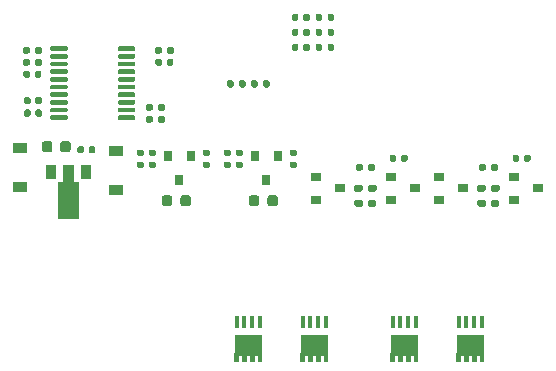
<source format=gtp>
G04 #@! TF.GenerationSoftware,KiCad,Pcbnew,5.1.10*
G04 #@! TF.CreationDate,2021-12-31T02:12:40+02:00*
G04 #@! TF.ProjectId,pwm-controller,70776d2d-636f-46e7-9472-6f6c6c65722e,rev?*
G04 #@! TF.SameCoordinates,Original*
G04 #@! TF.FileFunction,Paste,Top*
G04 #@! TF.FilePolarity,Positive*
%FSLAX46Y46*%
G04 Gerber Fmt 4.6, Leading zero omitted, Abs format (unit mm)*
G04 Created by KiCad (PCBNEW 5.1.10) date 2021-12-31 02:12:40*
%MOMM*%
%LPD*%
G01*
G04 APERTURE LIST*
%ADD10C,0.100000*%
%ADD11R,0.405000X0.990000*%
%ADD12R,1.200000X0.900000*%
%ADD13R,0.800000X0.900000*%
%ADD14R,0.900000X1.300000*%
%ADD15R,0.900000X0.800000*%
G04 APERTURE END LIST*
G36*
G01*
X80504000Y-87269000D02*
X80504000Y-86899000D01*
G75*
G02*
X80639000Y-86764000I135000J0D01*
G01*
X80909000Y-86764000D01*
G75*
G02*
X81044000Y-86899000I0J-135000D01*
G01*
X81044000Y-87269000D01*
G75*
G02*
X80909000Y-87404000I-135000J0D01*
G01*
X80639000Y-87404000D01*
G75*
G02*
X80504000Y-87269000I0J135000D01*
G01*
G37*
G36*
G01*
X79484000Y-87269000D02*
X79484000Y-86899000D01*
G75*
G02*
X79619000Y-86764000I135000J0D01*
G01*
X79889000Y-86764000D01*
G75*
G02*
X80024000Y-86899000I0J-135000D01*
G01*
X80024000Y-87269000D01*
G75*
G02*
X79889000Y-87404000I-135000J0D01*
G01*
X79619000Y-87404000D01*
G75*
G02*
X79484000Y-87269000I0J135000D01*
G01*
G37*
G36*
G01*
X80504000Y-86253000D02*
X80504000Y-85883000D01*
G75*
G02*
X80639000Y-85748000I135000J0D01*
G01*
X80909000Y-85748000D01*
G75*
G02*
X81044000Y-85883000I0J-135000D01*
G01*
X81044000Y-86253000D01*
G75*
G02*
X80909000Y-86388000I-135000J0D01*
G01*
X80639000Y-86388000D01*
G75*
G02*
X80504000Y-86253000I0J135000D01*
G01*
G37*
G36*
G01*
X79484000Y-86253000D02*
X79484000Y-85883000D01*
G75*
G02*
X79619000Y-85748000I135000J0D01*
G01*
X79889000Y-85748000D01*
G75*
G02*
X80024000Y-85883000I0J-135000D01*
G01*
X80024000Y-86253000D01*
G75*
G02*
X79889000Y-86388000I-135000J0D01*
G01*
X79619000Y-86388000D01*
G75*
G02*
X79484000Y-86253000I0J135000D01*
G01*
G37*
G36*
G01*
X90239000Y-95490000D02*
X90609000Y-95490000D01*
G75*
G02*
X90744000Y-95625000I0J-135000D01*
G01*
X90744000Y-95895000D01*
G75*
G02*
X90609000Y-96030000I-135000J0D01*
G01*
X90239000Y-96030000D01*
G75*
G02*
X90104000Y-95895000I0J135000D01*
G01*
X90104000Y-95625000D01*
G75*
G02*
X90239000Y-95490000I135000J0D01*
G01*
G37*
G36*
G01*
X90239000Y-94470000D02*
X90609000Y-94470000D01*
G75*
G02*
X90744000Y-94605000I0J-135000D01*
G01*
X90744000Y-94875000D01*
G75*
G02*
X90609000Y-95010000I-135000J0D01*
G01*
X90239000Y-95010000D01*
G75*
G02*
X90104000Y-94875000I0J135000D01*
G01*
X90104000Y-94605000D01*
G75*
G02*
X90239000Y-94470000I135000J0D01*
G01*
G37*
D10*
G36*
X104927500Y-112420000D02*
G01*
X104927500Y-111910000D01*
X104672500Y-111910000D01*
X104672500Y-112420000D01*
X104267500Y-112420000D01*
X104267500Y-111910000D01*
X104012500Y-111910000D01*
X104012500Y-112420000D01*
X103607500Y-112420000D01*
X103607500Y-111910000D01*
X103352500Y-111910000D01*
X103352500Y-112420000D01*
X102945000Y-112420000D01*
X102945000Y-111660000D01*
X103022500Y-111660000D01*
X103022500Y-110185000D01*
X105257500Y-110185000D01*
X105257500Y-111660000D01*
X105335000Y-111660000D01*
X105335000Y-112420000D01*
X104927500Y-112420000D01*
G37*
D11*
X103150000Y-109055000D03*
X103810000Y-109055000D03*
X104470000Y-109055000D03*
X105130000Y-109055000D03*
D10*
G36*
X118135500Y-112420000D02*
G01*
X118135500Y-111910000D01*
X117880500Y-111910000D01*
X117880500Y-112420000D01*
X117475500Y-112420000D01*
X117475500Y-111910000D01*
X117220500Y-111910000D01*
X117220500Y-112420000D01*
X116815500Y-112420000D01*
X116815500Y-111910000D01*
X116560500Y-111910000D01*
X116560500Y-112420000D01*
X116153000Y-112420000D01*
X116153000Y-111660000D01*
X116230500Y-111660000D01*
X116230500Y-110185000D01*
X118465500Y-110185000D01*
X118465500Y-111660000D01*
X118543000Y-111660000D01*
X118543000Y-112420000D01*
X118135500Y-112420000D01*
G37*
D11*
X116358000Y-109055000D03*
X117018000Y-109055000D03*
X117678000Y-109055000D03*
X118338000Y-109055000D03*
G36*
G01*
X97605000Y-95490000D02*
X97975000Y-95490000D01*
G75*
G02*
X98110000Y-95625000I0J-135000D01*
G01*
X98110000Y-95895000D01*
G75*
G02*
X97975000Y-96030000I-135000J0D01*
G01*
X97605000Y-96030000D01*
G75*
G02*
X97470000Y-95895000I0J135000D01*
G01*
X97470000Y-95625000D01*
G75*
G02*
X97605000Y-95490000I135000J0D01*
G01*
G37*
G36*
G01*
X97605000Y-94470000D02*
X97975000Y-94470000D01*
G75*
G02*
X98110000Y-94605000I0J-135000D01*
G01*
X98110000Y-94875000D01*
G75*
G02*
X97975000Y-95010000I-135000J0D01*
G01*
X97605000Y-95010000D01*
G75*
G02*
X97470000Y-94875000I0J135000D01*
G01*
X97470000Y-94605000D01*
G75*
G02*
X97605000Y-94470000I135000J0D01*
G01*
G37*
G36*
G01*
X96589000Y-95490000D02*
X96959000Y-95490000D01*
G75*
G02*
X97094000Y-95625000I0J-135000D01*
G01*
X97094000Y-95895000D01*
G75*
G02*
X96959000Y-96030000I-135000J0D01*
G01*
X96589000Y-96030000D01*
G75*
G02*
X96454000Y-95895000I0J135000D01*
G01*
X96454000Y-95625000D01*
G75*
G02*
X96589000Y-95490000I135000J0D01*
G01*
G37*
G36*
G01*
X96589000Y-94470000D02*
X96959000Y-94470000D01*
G75*
G02*
X97094000Y-94605000I0J-135000D01*
G01*
X97094000Y-94875000D01*
G75*
G02*
X96959000Y-95010000I-135000J0D01*
G01*
X96589000Y-95010000D01*
G75*
G02*
X96454000Y-94875000I0J135000D01*
G01*
X96454000Y-94605000D01*
G75*
G02*
X96589000Y-94470000I135000J0D01*
G01*
G37*
G36*
G01*
X89223000Y-95490000D02*
X89593000Y-95490000D01*
G75*
G02*
X89728000Y-95625000I0J-135000D01*
G01*
X89728000Y-95895000D01*
G75*
G02*
X89593000Y-96030000I-135000J0D01*
G01*
X89223000Y-96030000D01*
G75*
G02*
X89088000Y-95895000I0J135000D01*
G01*
X89088000Y-95625000D01*
G75*
G02*
X89223000Y-95490000I135000J0D01*
G01*
G37*
G36*
G01*
X89223000Y-94470000D02*
X89593000Y-94470000D01*
G75*
G02*
X89728000Y-94605000I0J-135000D01*
G01*
X89728000Y-94875000D01*
G75*
G02*
X89593000Y-95010000I-135000J0D01*
G01*
X89223000Y-95010000D01*
G75*
G02*
X89088000Y-94875000I0J135000D01*
G01*
X89088000Y-94605000D01*
G75*
G02*
X89223000Y-94470000I135000J0D01*
G01*
G37*
G36*
G01*
X91200000Y-85883000D02*
X91200000Y-86253000D01*
G75*
G02*
X91065000Y-86388000I-135000J0D01*
G01*
X90795000Y-86388000D01*
G75*
G02*
X90660000Y-86253000I0J135000D01*
G01*
X90660000Y-85883000D01*
G75*
G02*
X90795000Y-85748000I135000J0D01*
G01*
X91065000Y-85748000D01*
G75*
G02*
X91200000Y-85883000I0J-135000D01*
G01*
G37*
G36*
G01*
X92220000Y-85883000D02*
X92220000Y-86253000D01*
G75*
G02*
X92085000Y-86388000I-135000J0D01*
G01*
X91815000Y-86388000D01*
G75*
G02*
X91680000Y-86253000I0J135000D01*
G01*
X91680000Y-85883000D01*
G75*
G02*
X91815000Y-85748000I135000J0D01*
G01*
X92085000Y-85748000D01*
G75*
G02*
X92220000Y-85883000I0J-135000D01*
G01*
G37*
X99542000Y-109055000D03*
X98882000Y-109055000D03*
X98222000Y-109055000D03*
X97562000Y-109055000D03*
D10*
G36*
X99339500Y-112420000D02*
G01*
X99339500Y-111910000D01*
X99084500Y-111910000D01*
X99084500Y-112420000D01*
X98679500Y-112420000D01*
X98679500Y-111910000D01*
X98424500Y-111910000D01*
X98424500Y-112420000D01*
X98019500Y-112420000D01*
X98019500Y-111910000D01*
X97764500Y-111910000D01*
X97764500Y-112420000D01*
X97357000Y-112420000D01*
X97357000Y-111660000D01*
X97434500Y-111660000D01*
X97434500Y-110185000D01*
X99669500Y-110185000D01*
X99669500Y-111660000D01*
X99747000Y-111660000D01*
X99747000Y-112420000D01*
X99339500Y-112420000D01*
G37*
D11*
X112750000Y-109055000D03*
X112090000Y-109055000D03*
X111430000Y-109055000D03*
X110770000Y-109055000D03*
D10*
G36*
X112547500Y-112420000D02*
G01*
X112547500Y-111910000D01*
X112292500Y-111910000D01*
X112292500Y-112420000D01*
X111887500Y-112420000D01*
X111887500Y-111910000D01*
X111632500Y-111910000D01*
X111632500Y-112420000D01*
X111227500Y-112420000D01*
X111227500Y-111910000D01*
X110972500Y-111910000D01*
X110972500Y-112420000D01*
X110565000Y-112420000D01*
X110565000Y-111660000D01*
X110642500Y-111660000D01*
X110642500Y-110185000D01*
X112877500Y-110185000D01*
X112877500Y-111660000D01*
X112955000Y-111660000D01*
X112955000Y-112420000D01*
X112547500Y-112420000D01*
G37*
D12*
X87376000Y-94616000D03*
X87376000Y-97916000D03*
G36*
G01*
X91240000Y-86914000D02*
X91240000Y-87254000D01*
G75*
G02*
X91100000Y-87394000I-140000J0D01*
G01*
X90820000Y-87394000D01*
G75*
G02*
X90680000Y-87254000I0J140000D01*
G01*
X90680000Y-86914000D01*
G75*
G02*
X90820000Y-86774000I140000J0D01*
G01*
X91100000Y-86774000D01*
G75*
G02*
X91240000Y-86914000I0J-140000D01*
G01*
G37*
G36*
G01*
X92200000Y-86914000D02*
X92200000Y-87254000D01*
G75*
G02*
X92060000Y-87394000I-140000J0D01*
G01*
X91780000Y-87394000D01*
G75*
G02*
X91640000Y-87254000I0J140000D01*
G01*
X91640000Y-86914000D01*
G75*
G02*
X91780000Y-86774000I140000J0D01*
G01*
X92060000Y-86774000D01*
G75*
G02*
X92200000Y-86914000I0J-140000D01*
G01*
G37*
X79248000Y-97662000D03*
X79248000Y-94362000D03*
G36*
G01*
X97776000Y-89085000D02*
X97776000Y-88715000D01*
G75*
G02*
X97911000Y-88580000I135000J0D01*
G01*
X98181000Y-88580000D01*
G75*
G02*
X98316000Y-88715000I0J-135000D01*
G01*
X98316000Y-89085000D01*
G75*
G02*
X98181000Y-89220000I-135000J0D01*
G01*
X97911000Y-89220000D01*
G75*
G02*
X97776000Y-89085000I0J135000D01*
G01*
G37*
G36*
G01*
X96756000Y-89085000D02*
X96756000Y-88715000D01*
G75*
G02*
X96891000Y-88580000I135000J0D01*
G01*
X97161000Y-88580000D01*
G75*
G02*
X97296000Y-88715000I0J-135000D01*
G01*
X97296000Y-89085000D01*
G75*
G02*
X97161000Y-89220000I-135000J0D01*
G01*
X96891000Y-89220000D01*
G75*
G02*
X96756000Y-89085000I0J135000D01*
G01*
G37*
G36*
G01*
X99328000Y-88715000D02*
X99328000Y-89085000D01*
G75*
G02*
X99193000Y-89220000I-135000J0D01*
G01*
X98923000Y-89220000D01*
G75*
G02*
X98788000Y-89085000I0J135000D01*
G01*
X98788000Y-88715000D01*
G75*
G02*
X98923000Y-88580000I135000J0D01*
G01*
X99193000Y-88580000D01*
G75*
G02*
X99328000Y-88715000I0J-135000D01*
G01*
G37*
G36*
G01*
X100348000Y-88715000D02*
X100348000Y-89085000D01*
G75*
G02*
X100213000Y-89220000I-135000J0D01*
G01*
X99943000Y-89220000D01*
G75*
G02*
X99808000Y-89085000I0J135000D01*
G01*
X99808000Y-88715000D01*
G75*
G02*
X99943000Y-88580000I135000J0D01*
G01*
X100213000Y-88580000D01*
G75*
G02*
X100348000Y-88715000I0J-135000D01*
G01*
G37*
G36*
G01*
X103197000Y-85984000D02*
X103197000Y-85644000D01*
G75*
G02*
X103337000Y-85504000I140000J0D01*
G01*
X103617000Y-85504000D01*
G75*
G02*
X103757000Y-85644000I0J-140000D01*
G01*
X103757000Y-85984000D01*
G75*
G02*
X103617000Y-86124000I-140000J0D01*
G01*
X103337000Y-86124000D01*
G75*
G02*
X103197000Y-85984000I0J140000D01*
G01*
G37*
G36*
G01*
X102237000Y-85984000D02*
X102237000Y-85644000D01*
G75*
G02*
X102377000Y-85504000I140000J0D01*
G01*
X102657000Y-85504000D01*
G75*
G02*
X102797000Y-85644000I0J-140000D01*
G01*
X102797000Y-85984000D01*
G75*
G02*
X102657000Y-86124000I-140000J0D01*
G01*
X102377000Y-86124000D01*
G75*
G02*
X102237000Y-85984000I0J140000D01*
G01*
G37*
G36*
G01*
X103197000Y-83444000D02*
X103197000Y-83104000D01*
G75*
G02*
X103337000Y-82964000I140000J0D01*
G01*
X103617000Y-82964000D01*
G75*
G02*
X103757000Y-83104000I0J-140000D01*
G01*
X103757000Y-83444000D01*
G75*
G02*
X103617000Y-83584000I-140000J0D01*
G01*
X103337000Y-83584000D01*
G75*
G02*
X103197000Y-83444000I0J140000D01*
G01*
G37*
G36*
G01*
X102237000Y-83444000D02*
X102237000Y-83104000D01*
G75*
G02*
X102377000Y-82964000I140000J0D01*
G01*
X102657000Y-82964000D01*
G75*
G02*
X102797000Y-83104000I0J-140000D01*
G01*
X102797000Y-83444000D01*
G75*
G02*
X102657000Y-83584000I-140000J0D01*
G01*
X102377000Y-83584000D01*
G75*
G02*
X102237000Y-83444000I0J140000D01*
G01*
G37*
G36*
G01*
X103197000Y-84714000D02*
X103197000Y-84374000D01*
G75*
G02*
X103337000Y-84234000I140000J0D01*
G01*
X103617000Y-84234000D01*
G75*
G02*
X103757000Y-84374000I0J-140000D01*
G01*
X103757000Y-84714000D01*
G75*
G02*
X103617000Y-84854000I-140000J0D01*
G01*
X103337000Y-84854000D01*
G75*
G02*
X103197000Y-84714000I0J140000D01*
G01*
G37*
G36*
G01*
X102237000Y-84714000D02*
X102237000Y-84374000D01*
G75*
G02*
X102377000Y-84234000I140000J0D01*
G01*
X102657000Y-84234000D01*
G75*
G02*
X102797000Y-84374000I0J-140000D01*
G01*
X102797000Y-84714000D01*
G75*
G02*
X102657000Y-84854000I-140000J0D01*
G01*
X102377000Y-84854000D01*
G75*
G02*
X102237000Y-84714000I0J140000D01*
G01*
G37*
G36*
G01*
X87504000Y-86029000D02*
X87504000Y-85829000D01*
G75*
G02*
X87604000Y-85729000I100000J0D01*
G01*
X88879000Y-85729000D01*
G75*
G02*
X88979000Y-85829000I0J-100000D01*
G01*
X88979000Y-86029000D01*
G75*
G02*
X88879000Y-86129000I-100000J0D01*
G01*
X87604000Y-86129000D01*
G75*
G02*
X87504000Y-86029000I0J100000D01*
G01*
G37*
G36*
G01*
X87504000Y-86679000D02*
X87504000Y-86479000D01*
G75*
G02*
X87604000Y-86379000I100000J0D01*
G01*
X88879000Y-86379000D01*
G75*
G02*
X88979000Y-86479000I0J-100000D01*
G01*
X88979000Y-86679000D01*
G75*
G02*
X88879000Y-86779000I-100000J0D01*
G01*
X87604000Y-86779000D01*
G75*
G02*
X87504000Y-86679000I0J100000D01*
G01*
G37*
G36*
G01*
X87504000Y-87329000D02*
X87504000Y-87129000D01*
G75*
G02*
X87604000Y-87029000I100000J0D01*
G01*
X88879000Y-87029000D01*
G75*
G02*
X88979000Y-87129000I0J-100000D01*
G01*
X88979000Y-87329000D01*
G75*
G02*
X88879000Y-87429000I-100000J0D01*
G01*
X87604000Y-87429000D01*
G75*
G02*
X87504000Y-87329000I0J100000D01*
G01*
G37*
G36*
G01*
X87504000Y-87979000D02*
X87504000Y-87779000D01*
G75*
G02*
X87604000Y-87679000I100000J0D01*
G01*
X88879000Y-87679000D01*
G75*
G02*
X88979000Y-87779000I0J-100000D01*
G01*
X88979000Y-87979000D01*
G75*
G02*
X88879000Y-88079000I-100000J0D01*
G01*
X87604000Y-88079000D01*
G75*
G02*
X87504000Y-87979000I0J100000D01*
G01*
G37*
G36*
G01*
X87504000Y-88629000D02*
X87504000Y-88429000D01*
G75*
G02*
X87604000Y-88329000I100000J0D01*
G01*
X88879000Y-88329000D01*
G75*
G02*
X88979000Y-88429000I0J-100000D01*
G01*
X88979000Y-88629000D01*
G75*
G02*
X88879000Y-88729000I-100000J0D01*
G01*
X87604000Y-88729000D01*
G75*
G02*
X87504000Y-88629000I0J100000D01*
G01*
G37*
G36*
G01*
X87504000Y-89279000D02*
X87504000Y-89079000D01*
G75*
G02*
X87604000Y-88979000I100000J0D01*
G01*
X88879000Y-88979000D01*
G75*
G02*
X88979000Y-89079000I0J-100000D01*
G01*
X88979000Y-89279000D01*
G75*
G02*
X88879000Y-89379000I-100000J0D01*
G01*
X87604000Y-89379000D01*
G75*
G02*
X87504000Y-89279000I0J100000D01*
G01*
G37*
G36*
G01*
X87504000Y-89929000D02*
X87504000Y-89729000D01*
G75*
G02*
X87604000Y-89629000I100000J0D01*
G01*
X88879000Y-89629000D01*
G75*
G02*
X88979000Y-89729000I0J-100000D01*
G01*
X88979000Y-89929000D01*
G75*
G02*
X88879000Y-90029000I-100000J0D01*
G01*
X87604000Y-90029000D01*
G75*
G02*
X87504000Y-89929000I0J100000D01*
G01*
G37*
G36*
G01*
X87504000Y-90579000D02*
X87504000Y-90379000D01*
G75*
G02*
X87604000Y-90279000I100000J0D01*
G01*
X88879000Y-90279000D01*
G75*
G02*
X88979000Y-90379000I0J-100000D01*
G01*
X88979000Y-90579000D01*
G75*
G02*
X88879000Y-90679000I-100000J0D01*
G01*
X87604000Y-90679000D01*
G75*
G02*
X87504000Y-90579000I0J100000D01*
G01*
G37*
G36*
G01*
X87504000Y-91229000D02*
X87504000Y-91029000D01*
G75*
G02*
X87604000Y-90929000I100000J0D01*
G01*
X88879000Y-90929000D01*
G75*
G02*
X88979000Y-91029000I0J-100000D01*
G01*
X88979000Y-91229000D01*
G75*
G02*
X88879000Y-91329000I-100000J0D01*
G01*
X87604000Y-91329000D01*
G75*
G02*
X87504000Y-91229000I0J100000D01*
G01*
G37*
G36*
G01*
X87504000Y-91879000D02*
X87504000Y-91679000D01*
G75*
G02*
X87604000Y-91579000I100000J0D01*
G01*
X88879000Y-91579000D01*
G75*
G02*
X88979000Y-91679000I0J-100000D01*
G01*
X88979000Y-91879000D01*
G75*
G02*
X88879000Y-91979000I-100000J0D01*
G01*
X87604000Y-91979000D01*
G75*
G02*
X87504000Y-91879000I0J100000D01*
G01*
G37*
G36*
G01*
X81779000Y-91879000D02*
X81779000Y-91679000D01*
G75*
G02*
X81879000Y-91579000I100000J0D01*
G01*
X83154000Y-91579000D01*
G75*
G02*
X83254000Y-91679000I0J-100000D01*
G01*
X83254000Y-91879000D01*
G75*
G02*
X83154000Y-91979000I-100000J0D01*
G01*
X81879000Y-91979000D01*
G75*
G02*
X81779000Y-91879000I0J100000D01*
G01*
G37*
G36*
G01*
X81779000Y-91229000D02*
X81779000Y-91029000D01*
G75*
G02*
X81879000Y-90929000I100000J0D01*
G01*
X83154000Y-90929000D01*
G75*
G02*
X83254000Y-91029000I0J-100000D01*
G01*
X83254000Y-91229000D01*
G75*
G02*
X83154000Y-91329000I-100000J0D01*
G01*
X81879000Y-91329000D01*
G75*
G02*
X81779000Y-91229000I0J100000D01*
G01*
G37*
G36*
G01*
X81779000Y-90579000D02*
X81779000Y-90379000D01*
G75*
G02*
X81879000Y-90279000I100000J0D01*
G01*
X83154000Y-90279000D01*
G75*
G02*
X83254000Y-90379000I0J-100000D01*
G01*
X83254000Y-90579000D01*
G75*
G02*
X83154000Y-90679000I-100000J0D01*
G01*
X81879000Y-90679000D01*
G75*
G02*
X81779000Y-90579000I0J100000D01*
G01*
G37*
G36*
G01*
X81779000Y-89929000D02*
X81779000Y-89729000D01*
G75*
G02*
X81879000Y-89629000I100000J0D01*
G01*
X83154000Y-89629000D01*
G75*
G02*
X83254000Y-89729000I0J-100000D01*
G01*
X83254000Y-89929000D01*
G75*
G02*
X83154000Y-90029000I-100000J0D01*
G01*
X81879000Y-90029000D01*
G75*
G02*
X81779000Y-89929000I0J100000D01*
G01*
G37*
G36*
G01*
X81779000Y-89279000D02*
X81779000Y-89079000D01*
G75*
G02*
X81879000Y-88979000I100000J0D01*
G01*
X83154000Y-88979000D01*
G75*
G02*
X83254000Y-89079000I0J-100000D01*
G01*
X83254000Y-89279000D01*
G75*
G02*
X83154000Y-89379000I-100000J0D01*
G01*
X81879000Y-89379000D01*
G75*
G02*
X81779000Y-89279000I0J100000D01*
G01*
G37*
G36*
G01*
X81779000Y-88629000D02*
X81779000Y-88429000D01*
G75*
G02*
X81879000Y-88329000I100000J0D01*
G01*
X83154000Y-88329000D01*
G75*
G02*
X83254000Y-88429000I0J-100000D01*
G01*
X83254000Y-88629000D01*
G75*
G02*
X83154000Y-88729000I-100000J0D01*
G01*
X81879000Y-88729000D01*
G75*
G02*
X81779000Y-88629000I0J100000D01*
G01*
G37*
G36*
G01*
X81779000Y-87979000D02*
X81779000Y-87779000D01*
G75*
G02*
X81879000Y-87679000I100000J0D01*
G01*
X83154000Y-87679000D01*
G75*
G02*
X83254000Y-87779000I0J-100000D01*
G01*
X83254000Y-87979000D01*
G75*
G02*
X83154000Y-88079000I-100000J0D01*
G01*
X81879000Y-88079000D01*
G75*
G02*
X81779000Y-87979000I0J100000D01*
G01*
G37*
G36*
G01*
X81779000Y-87329000D02*
X81779000Y-87129000D01*
G75*
G02*
X81879000Y-87029000I100000J0D01*
G01*
X83154000Y-87029000D01*
G75*
G02*
X83254000Y-87129000I0J-100000D01*
G01*
X83254000Y-87329000D01*
G75*
G02*
X83154000Y-87429000I-100000J0D01*
G01*
X81879000Y-87429000D01*
G75*
G02*
X81779000Y-87329000I0J100000D01*
G01*
G37*
G36*
G01*
X81779000Y-86679000D02*
X81779000Y-86479000D01*
G75*
G02*
X81879000Y-86379000I100000J0D01*
G01*
X83154000Y-86379000D01*
G75*
G02*
X83254000Y-86479000I0J-100000D01*
G01*
X83254000Y-86679000D01*
G75*
G02*
X83154000Y-86779000I-100000J0D01*
G01*
X81879000Y-86779000D01*
G75*
G02*
X81779000Y-86679000I0J100000D01*
G01*
G37*
G36*
G01*
X81779000Y-86029000D02*
X81779000Y-85829000D01*
G75*
G02*
X81879000Y-85729000I100000J0D01*
G01*
X83154000Y-85729000D01*
G75*
G02*
X83254000Y-85829000I0J-100000D01*
G01*
X83254000Y-86029000D01*
G75*
G02*
X83154000Y-86129000I-100000J0D01*
G01*
X81879000Y-86129000D01*
G75*
G02*
X81779000Y-86029000I0J100000D01*
G01*
G37*
G36*
G01*
X84636000Y-94318000D02*
X84636000Y-94658000D01*
G75*
G02*
X84496000Y-94798000I-140000J0D01*
G01*
X84216000Y-94798000D01*
G75*
G02*
X84076000Y-94658000I0J140000D01*
G01*
X84076000Y-94318000D01*
G75*
G02*
X84216000Y-94178000I140000J0D01*
G01*
X84496000Y-94178000D01*
G75*
G02*
X84636000Y-94318000I0J-140000D01*
G01*
G37*
G36*
G01*
X85596000Y-94318000D02*
X85596000Y-94658000D01*
G75*
G02*
X85456000Y-94798000I-140000J0D01*
G01*
X85176000Y-94798000D01*
G75*
G02*
X85036000Y-94658000I0J140000D01*
G01*
X85036000Y-94318000D01*
G75*
G02*
X85176000Y-94178000I140000J0D01*
G01*
X85456000Y-94178000D01*
G75*
G02*
X85596000Y-94318000I0J-140000D01*
G01*
G37*
G36*
G01*
X90438000Y-91725000D02*
X90438000Y-92095000D01*
G75*
G02*
X90303000Y-92230000I-135000J0D01*
G01*
X90033000Y-92230000D01*
G75*
G02*
X89898000Y-92095000I0J135000D01*
G01*
X89898000Y-91725000D01*
G75*
G02*
X90033000Y-91590000I135000J0D01*
G01*
X90303000Y-91590000D01*
G75*
G02*
X90438000Y-91725000I0J-135000D01*
G01*
G37*
G36*
G01*
X91458000Y-91725000D02*
X91458000Y-92095000D01*
G75*
G02*
X91323000Y-92230000I-135000J0D01*
G01*
X91053000Y-92230000D01*
G75*
G02*
X90918000Y-92095000I0J135000D01*
G01*
X90918000Y-91725000D01*
G75*
G02*
X91053000Y-91590000I135000J0D01*
G01*
X91323000Y-91590000D01*
G75*
G02*
X91458000Y-91725000I0J-135000D01*
G01*
G37*
G36*
G01*
X90438000Y-90709000D02*
X90438000Y-91079000D01*
G75*
G02*
X90303000Y-91214000I-135000J0D01*
G01*
X90033000Y-91214000D01*
G75*
G02*
X89898000Y-91079000I0J135000D01*
G01*
X89898000Y-90709000D01*
G75*
G02*
X90033000Y-90574000I135000J0D01*
G01*
X90303000Y-90574000D01*
G75*
G02*
X90438000Y-90709000I0J-135000D01*
G01*
G37*
G36*
G01*
X91458000Y-90709000D02*
X91458000Y-91079000D01*
G75*
G02*
X91323000Y-91214000I-135000J0D01*
G01*
X91053000Y-91214000D01*
G75*
G02*
X90918000Y-91079000I0J135000D01*
G01*
X90918000Y-90709000D01*
G75*
G02*
X91053000Y-90574000I135000J0D01*
G01*
X91323000Y-90574000D01*
G75*
G02*
X91458000Y-90709000I0J-135000D01*
G01*
G37*
G36*
G01*
X95181000Y-95010000D02*
X94811000Y-95010000D01*
G75*
G02*
X94676000Y-94875000I0J135000D01*
G01*
X94676000Y-94605000D01*
G75*
G02*
X94811000Y-94470000I135000J0D01*
G01*
X95181000Y-94470000D01*
G75*
G02*
X95316000Y-94605000I0J-135000D01*
G01*
X95316000Y-94875000D01*
G75*
G02*
X95181000Y-95010000I-135000J0D01*
G01*
G37*
G36*
G01*
X95181000Y-96030000D02*
X94811000Y-96030000D01*
G75*
G02*
X94676000Y-95895000I0J135000D01*
G01*
X94676000Y-95625000D01*
G75*
G02*
X94811000Y-95490000I135000J0D01*
G01*
X95181000Y-95490000D01*
G75*
G02*
X95316000Y-95625000I0J-135000D01*
G01*
X95316000Y-95895000D01*
G75*
G02*
X95181000Y-96030000I-135000J0D01*
G01*
G37*
G36*
G01*
X99472000Y-98549750D02*
X99472000Y-99062250D01*
G75*
G02*
X99253250Y-99281000I-218750J0D01*
G01*
X98815750Y-99281000D01*
G75*
G02*
X98597000Y-99062250I0J218750D01*
G01*
X98597000Y-98549750D01*
G75*
G02*
X98815750Y-98331000I218750J0D01*
G01*
X99253250Y-98331000D01*
G75*
G02*
X99472000Y-98549750I0J-218750D01*
G01*
G37*
G36*
G01*
X101047000Y-98549750D02*
X101047000Y-99062250D01*
G75*
G02*
X100828250Y-99281000I-218750J0D01*
G01*
X100390750Y-99281000D01*
G75*
G02*
X100172000Y-99062250I0J218750D01*
G01*
X100172000Y-98549750D01*
G75*
G02*
X100390750Y-98331000I218750J0D01*
G01*
X100828250Y-98331000D01*
G75*
G02*
X101047000Y-98549750I0J-218750D01*
G01*
G37*
G36*
G01*
X92106000Y-98549750D02*
X92106000Y-99062250D01*
G75*
G02*
X91887250Y-99281000I-218750J0D01*
G01*
X91449750Y-99281000D01*
G75*
G02*
X91231000Y-99062250I0J218750D01*
G01*
X91231000Y-98549750D01*
G75*
G02*
X91449750Y-98331000I218750J0D01*
G01*
X91887250Y-98331000D01*
G75*
G02*
X92106000Y-98549750I0J-218750D01*
G01*
G37*
G36*
G01*
X93681000Y-98549750D02*
X93681000Y-99062250D01*
G75*
G02*
X93462250Y-99281000I-218750J0D01*
G01*
X93024750Y-99281000D01*
G75*
G02*
X92806000Y-99062250I0J218750D01*
G01*
X92806000Y-98549750D01*
G75*
G02*
X93024750Y-98331000I218750J0D01*
G01*
X93462250Y-98331000D01*
G75*
G02*
X93681000Y-98549750I0J-218750D01*
G01*
G37*
G36*
G01*
X102547000Y-95010000D02*
X102177000Y-95010000D01*
G75*
G02*
X102042000Y-94875000I0J135000D01*
G01*
X102042000Y-94605000D01*
G75*
G02*
X102177000Y-94470000I135000J0D01*
G01*
X102547000Y-94470000D01*
G75*
G02*
X102682000Y-94605000I0J-135000D01*
G01*
X102682000Y-94875000D01*
G75*
G02*
X102547000Y-95010000I-135000J0D01*
G01*
G37*
G36*
G01*
X102547000Y-96030000D02*
X102177000Y-96030000D01*
G75*
G02*
X102042000Y-95895000I0J135000D01*
G01*
X102042000Y-95625000D01*
G75*
G02*
X102177000Y-95490000I135000J0D01*
G01*
X102547000Y-95490000D01*
G75*
G02*
X102682000Y-95625000I0J-135000D01*
G01*
X102682000Y-95895000D01*
G75*
G02*
X102547000Y-96030000I-135000J0D01*
G01*
G37*
D13*
X100076000Y-97012000D03*
X99126000Y-95012000D03*
X101026000Y-95012000D03*
X92710000Y-97012000D03*
X91760000Y-95012000D03*
X93660000Y-95012000D03*
G36*
G01*
X104789000Y-83089000D02*
X104789000Y-83459000D01*
G75*
G02*
X104654000Y-83594000I-135000J0D01*
G01*
X104384000Y-83594000D01*
G75*
G02*
X104249000Y-83459000I0J135000D01*
G01*
X104249000Y-83089000D01*
G75*
G02*
X104384000Y-82954000I135000J0D01*
G01*
X104654000Y-82954000D01*
G75*
G02*
X104789000Y-83089000I0J-135000D01*
G01*
G37*
G36*
G01*
X105809000Y-83089000D02*
X105809000Y-83459000D01*
G75*
G02*
X105674000Y-83594000I-135000J0D01*
G01*
X105404000Y-83594000D01*
G75*
G02*
X105269000Y-83459000I0J135000D01*
G01*
X105269000Y-83089000D01*
G75*
G02*
X105404000Y-82954000I135000J0D01*
G01*
X105674000Y-82954000D01*
G75*
G02*
X105809000Y-83089000I0J-135000D01*
G01*
G37*
G36*
G01*
X104789000Y-84359000D02*
X104789000Y-84729000D01*
G75*
G02*
X104654000Y-84864000I-135000J0D01*
G01*
X104384000Y-84864000D01*
G75*
G02*
X104249000Y-84729000I0J135000D01*
G01*
X104249000Y-84359000D01*
G75*
G02*
X104384000Y-84224000I135000J0D01*
G01*
X104654000Y-84224000D01*
G75*
G02*
X104789000Y-84359000I0J-135000D01*
G01*
G37*
G36*
G01*
X105809000Y-84359000D02*
X105809000Y-84729000D01*
G75*
G02*
X105674000Y-84864000I-135000J0D01*
G01*
X105404000Y-84864000D01*
G75*
G02*
X105269000Y-84729000I0J135000D01*
G01*
X105269000Y-84359000D01*
G75*
G02*
X105404000Y-84224000I135000J0D01*
G01*
X105674000Y-84224000D01*
G75*
G02*
X105809000Y-84359000I0J-135000D01*
G01*
G37*
G36*
G01*
X105269000Y-85999000D02*
X105269000Y-85629000D01*
G75*
G02*
X105404000Y-85494000I135000J0D01*
G01*
X105674000Y-85494000D01*
G75*
G02*
X105809000Y-85629000I0J-135000D01*
G01*
X105809000Y-85999000D01*
G75*
G02*
X105674000Y-86134000I-135000J0D01*
G01*
X105404000Y-86134000D01*
G75*
G02*
X105269000Y-85999000I0J135000D01*
G01*
G37*
G36*
G01*
X104249000Y-85999000D02*
X104249000Y-85629000D01*
G75*
G02*
X104384000Y-85494000I135000J0D01*
G01*
X104654000Y-85494000D01*
G75*
G02*
X104789000Y-85629000I0J-135000D01*
G01*
X104789000Y-85999000D01*
G75*
G02*
X104654000Y-86134000I-135000J0D01*
G01*
X104384000Y-86134000D01*
G75*
G02*
X104249000Y-85999000I0J135000D01*
G01*
G37*
D10*
G36*
X82445500Y-100344000D02*
G01*
X82445500Y-97219000D01*
X82862000Y-97219000D01*
X82862000Y-95744000D01*
X83762000Y-95744000D01*
X83762000Y-97219000D01*
X84178500Y-97219000D01*
X84178500Y-100344000D01*
X82445500Y-100344000D01*
G37*
D14*
X81812000Y-96394000D03*
X84812000Y-96394000D03*
G36*
G01*
X111080000Y-95042000D02*
X111080000Y-95382000D01*
G75*
G02*
X110940000Y-95522000I-140000J0D01*
G01*
X110660000Y-95522000D01*
G75*
G02*
X110520000Y-95382000I0J140000D01*
G01*
X110520000Y-95042000D01*
G75*
G02*
X110660000Y-94902000I140000J0D01*
G01*
X110940000Y-94902000D01*
G75*
G02*
X111080000Y-95042000I0J-140000D01*
G01*
G37*
G36*
G01*
X112040000Y-95042000D02*
X112040000Y-95382000D01*
G75*
G02*
X111900000Y-95522000I-140000J0D01*
G01*
X111620000Y-95522000D01*
G75*
G02*
X111480000Y-95382000I0J140000D01*
G01*
X111480000Y-95042000D01*
G75*
G02*
X111620000Y-94902000I140000J0D01*
G01*
X111900000Y-94902000D01*
G75*
G02*
X112040000Y-95042000I0J-140000D01*
G01*
G37*
G36*
G01*
X121494000Y-95042000D02*
X121494000Y-95382000D01*
G75*
G02*
X121354000Y-95522000I-140000J0D01*
G01*
X121074000Y-95522000D01*
G75*
G02*
X120934000Y-95382000I0J140000D01*
G01*
X120934000Y-95042000D01*
G75*
G02*
X121074000Y-94902000I140000J0D01*
G01*
X121354000Y-94902000D01*
G75*
G02*
X121494000Y-95042000I0J-140000D01*
G01*
G37*
G36*
G01*
X122454000Y-95042000D02*
X122454000Y-95382000D01*
G75*
G02*
X122314000Y-95522000I-140000J0D01*
G01*
X122034000Y-95522000D01*
G75*
G02*
X121894000Y-95382000I0J140000D01*
G01*
X121894000Y-95042000D01*
G75*
G02*
X122034000Y-94902000I140000J0D01*
G01*
X122314000Y-94902000D01*
G75*
G02*
X122454000Y-95042000I0J-140000D01*
G01*
G37*
G36*
G01*
X119652000Y-95789000D02*
X119652000Y-96159000D01*
G75*
G02*
X119517000Y-96294000I-135000J0D01*
G01*
X119247000Y-96294000D01*
G75*
G02*
X119112000Y-96159000I0J135000D01*
G01*
X119112000Y-95789000D01*
G75*
G02*
X119247000Y-95654000I135000J0D01*
G01*
X119517000Y-95654000D01*
G75*
G02*
X119652000Y-95789000I0J-135000D01*
G01*
G37*
G36*
G01*
X118632000Y-95789000D02*
X118632000Y-96159000D01*
G75*
G02*
X118497000Y-96294000I-135000J0D01*
G01*
X118227000Y-96294000D01*
G75*
G02*
X118092000Y-96159000I0J135000D01*
G01*
X118092000Y-95789000D01*
G75*
G02*
X118227000Y-95654000I135000J0D01*
G01*
X118497000Y-95654000D01*
G75*
G02*
X118632000Y-95789000I0J-135000D01*
G01*
G37*
G36*
G01*
X119112000Y-97912000D02*
X119112000Y-97592000D01*
G75*
G02*
X119272000Y-97432000I160000J0D01*
G01*
X119667000Y-97432000D01*
G75*
G02*
X119827000Y-97592000I0J-160000D01*
G01*
X119827000Y-97912000D01*
G75*
G02*
X119667000Y-98072000I-160000J0D01*
G01*
X119272000Y-98072000D01*
G75*
G02*
X119112000Y-97912000I0J160000D01*
G01*
G37*
G36*
G01*
X117917000Y-97912000D02*
X117917000Y-97592000D01*
G75*
G02*
X118077000Y-97432000I160000J0D01*
G01*
X118472000Y-97432000D01*
G75*
G02*
X118632000Y-97592000I0J-160000D01*
G01*
X118632000Y-97912000D01*
G75*
G02*
X118472000Y-98072000I-160000J0D01*
G01*
X118077000Y-98072000D01*
G75*
G02*
X117917000Y-97912000I0J160000D01*
G01*
G37*
D15*
X114697000Y-96802000D03*
X114697000Y-98702000D03*
X116697000Y-97752000D03*
X121047000Y-96802000D03*
X121047000Y-98702000D03*
X123047000Y-97752000D03*
G36*
G01*
X118672000Y-98867000D02*
X118672000Y-99177000D01*
G75*
G02*
X118517000Y-99332000I-155000J0D01*
G01*
X118092000Y-99332000D01*
G75*
G02*
X117937000Y-99177000I0J155000D01*
G01*
X117937000Y-98867000D01*
G75*
G02*
X118092000Y-98712000I155000J0D01*
G01*
X118517000Y-98712000D01*
G75*
G02*
X118672000Y-98867000I0J-155000D01*
G01*
G37*
G36*
G01*
X119807000Y-98867000D02*
X119807000Y-99177000D01*
G75*
G02*
X119652000Y-99332000I-155000J0D01*
G01*
X119227000Y-99332000D01*
G75*
G02*
X119072000Y-99177000I0J155000D01*
G01*
X119072000Y-98867000D01*
G75*
G02*
X119227000Y-98712000I155000J0D01*
G01*
X119652000Y-98712000D01*
G75*
G02*
X119807000Y-98867000I0J-155000D01*
G01*
G37*
X110633000Y-96802000D03*
X110633000Y-98702000D03*
X112633000Y-97752000D03*
G36*
G01*
X109238000Y-95789000D02*
X109238000Y-96159000D01*
G75*
G02*
X109103000Y-96294000I-135000J0D01*
G01*
X108833000Y-96294000D01*
G75*
G02*
X108698000Y-96159000I0J135000D01*
G01*
X108698000Y-95789000D01*
G75*
G02*
X108833000Y-95654000I135000J0D01*
G01*
X109103000Y-95654000D01*
G75*
G02*
X109238000Y-95789000I0J-135000D01*
G01*
G37*
G36*
G01*
X108218000Y-95789000D02*
X108218000Y-96159000D01*
G75*
G02*
X108083000Y-96294000I-135000J0D01*
G01*
X107813000Y-96294000D01*
G75*
G02*
X107678000Y-96159000I0J135000D01*
G01*
X107678000Y-95789000D01*
G75*
G02*
X107813000Y-95654000I135000J0D01*
G01*
X108083000Y-95654000D01*
G75*
G02*
X108218000Y-95789000I0J-135000D01*
G01*
G37*
G36*
G01*
X108698000Y-97912000D02*
X108698000Y-97592000D01*
G75*
G02*
X108858000Y-97432000I160000J0D01*
G01*
X109253000Y-97432000D01*
G75*
G02*
X109413000Y-97592000I0J-160000D01*
G01*
X109413000Y-97912000D01*
G75*
G02*
X109253000Y-98072000I-160000J0D01*
G01*
X108858000Y-98072000D01*
G75*
G02*
X108698000Y-97912000I0J160000D01*
G01*
G37*
G36*
G01*
X107503000Y-97912000D02*
X107503000Y-97592000D01*
G75*
G02*
X107663000Y-97432000I160000J0D01*
G01*
X108058000Y-97432000D01*
G75*
G02*
X108218000Y-97592000I0J-160000D01*
G01*
X108218000Y-97912000D01*
G75*
G02*
X108058000Y-98072000I-160000J0D01*
G01*
X107663000Y-98072000D01*
G75*
G02*
X107503000Y-97912000I0J160000D01*
G01*
G37*
X104283000Y-96802000D03*
X104283000Y-98702000D03*
X106283000Y-97752000D03*
G36*
G01*
X108258000Y-98867000D02*
X108258000Y-99177000D01*
G75*
G02*
X108103000Y-99332000I-155000J0D01*
G01*
X107678000Y-99332000D01*
G75*
G02*
X107523000Y-99177000I0J155000D01*
G01*
X107523000Y-98867000D01*
G75*
G02*
X107678000Y-98712000I155000J0D01*
G01*
X108103000Y-98712000D01*
G75*
G02*
X108258000Y-98867000I0J-155000D01*
G01*
G37*
G36*
G01*
X109393000Y-98867000D02*
X109393000Y-99177000D01*
G75*
G02*
X109238000Y-99332000I-155000J0D01*
G01*
X108813000Y-99332000D01*
G75*
G02*
X108658000Y-99177000I0J155000D01*
G01*
X108658000Y-98867000D01*
G75*
G02*
X108813000Y-98712000I155000J0D01*
G01*
X109238000Y-98712000D01*
G75*
G02*
X109393000Y-98867000I0J-155000D01*
G01*
G37*
G36*
G01*
X82621000Y-94484000D02*
X82621000Y-93984000D01*
G75*
G02*
X82846000Y-93759000I225000J0D01*
G01*
X83296000Y-93759000D01*
G75*
G02*
X83521000Y-93984000I0J-225000D01*
G01*
X83521000Y-94484000D01*
G75*
G02*
X83296000Y-94709000I-225000J0D01*
G01*
X82846000Y-94709000D01*
G75*
G02*
X82621000Y-94484000I0J225000D01*
G01*
G37*
G36*
G01*
X81071000Y-94484000D02*
X81071000Y-93984000D01*
G75*
G02*
X81296000Y-93759000I225000J0D01*
G01*
X81746000Y-93759000D01*
G75*
G02*
X81971000Y-93984000I0J-225000D01*
G01*
X81971000Y-94484000D01*
G75*
G02*
X81746000Y-94709000I-225000J0D01*
G01*
X81296000Y-94709000D01*
G75*
G02*
X81071000Y-94484000I0J225000D01*
G01*
G37*
G36*
G01*
X80518000Y-91550000D02*
X80518000Y-91210000D01*
G75*
G02*
X80658000Y-91070000I140000J0D01*
G01*
X80938000Y-91070000D01*
G75*
G02*
X81078000Y-91210000I0J-140000D01*
G01*
X81078000Y-91550000D01*
G75*
G02*
X80938000Y-91690000I-140000J0D01*
G01*
X80658000Y-91690000D01*
G75*
G02*
X80518000Y-91550000I0J140000D01*
G01*
G37*
G36*
G01*
X79558000Y-91550000D02*
X79558000Y-91210000D01*
G75*
G02*
X79698000Y-91070000I140000J0D01*
G01*
X79978000Y-91070000D01*
G75*
G02*
X80118000Y-91210000I0J-140000D01*
G01*
X80118000Y-91550000D01*
G75*
G02*
X79978000Y-91690000I-140000J0D01*
G01*
X79698000Y-91690000D01*
G75*
G02*
X79558000Y-91550000I0J140000D01*
G01*
G37*
G36*
G01*
X80064000Y-87930000D02*
X80064000Y-88270000D01*
G75*
G02*
X79924000Y-88410000I-140000J0D01*
G01*
X79644000Y-88410000D01*
G75*
G02*
X79504000Y-88270000I0J140000D01*
G01*
X79504000Y-87930000D01*
G75*
G02*
X79644000Y-87790000I140000J0D01*
G01*
X79924000Y-87790000D01*
G75*
G02*
X80064000Y-87930000I0J-140000D01*
G01*
G37*
G36*
G01*
X81024000Y-87930000D02*
X81024000Y-88270000D01*
G75*
G02*
X80884000Y-88410000I-140000J0D01*
G01*
X80604000Y-88410000D01*
G75*
G02*
X80464000Y-88270000I0J140000D01*
G01*
X80464000Y-87930000D01*
G75*
G02*
X80604000Y-87790000I140000J0D01*
G01*
X80884000Y-87790000D01*
G75*
G02*
X81024000Y-87930000I0J-140000D01*
G01*
G37*
G36*
G01*
X80118000Y-90160000D02*
X80118000Y-90500000D01*
G75*
G02*
X79978000Y-90640000I-140000J0D01*
G01*
X79698000Y-90640000D01*
G75*
G02*
X79558000Y-90500000I0J140000D01*
G01*
X79558000Y-90160000D01*
G75*
G02*
X79698000Y-90020000I140000J0D01*
G01*
X79978000Y-90020000D01*
G75*
G02*
X80118000Y-90160000I0J-140000D01*
G01*
G37*
G36*
G01*
X81078000Y-90160000D02*
X81078000Y-90500000D01*
G75*
G02*
X80938000Y-90640000I-140000J0D01*
G01*
X80658000Y-90640000D01*
G75*
G02*
X80518000Y-90500000I0J140000D01*
G01*
X80518000Y-90160000D01*
G75*
G02*
X80658000Y-90020000I140000J0D01*
G01*
X80938000Y-90020000D01*
G75*
G02*
X81078000Y-90160000I0J-140000D01*
G01*
G37*
M02*

</source>
